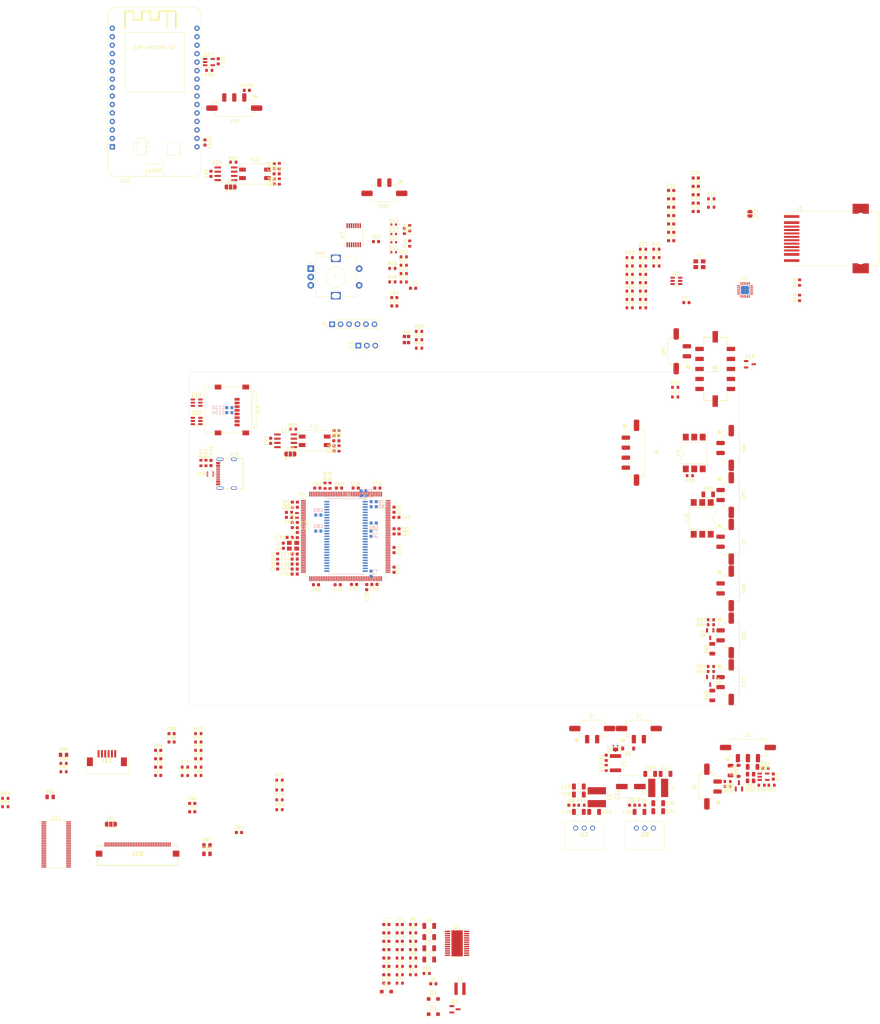
<source format=kicad_pcb>
(kicad_pcb
	(version 20240108)
	(generator "pcbnew")
	(generator_version "8.0")
	(general
		(thickness 1.6)
		(legacy_teardrops no)
	)
	(paper "A4")
	(layers
		(0 "F.Cu" signal)
		(31 "B.Cu" signal)
		(32 "B.Adhes" user "B.Adhesive")
		(33 "F.Adhes" user "F.Adhesive")
		(34 "B.Paste" user)
		(35 "F.Paste" user)
		(36 "B.SilkS" user "B.Silkscreen")
		(37 "F.SilkS" user "F.Silkscreen")
		(38 "B.Mask" user)
		(39 "F.Mask" user)
		(40 "Dwgs.User" user "User.Drawings")
		(41 "Cmts.User" user "User.Comments")
		(42 "Eco1.User" user "User.Eco1")
		(43 "Eco2.User" user "User.Eco2")
		(44 "Edge.Cuts" user)
		(45 "Margin" user)
		(46 "B.CrtYd" user "B.Courtyard")
		(47 "F.CrtYd" user "F.Courtyard")
		(48 "B.Fab" user)
		(49 "F.Fab" user)
		(50 "User.1" user)
		(51 "User.2" user)
		(52 "User.3" user)
		(53 "User.4" user)
		(54 "User.5" user)
		(55 "User.6" user)
		(56 "User.7" user)
		(57 "User.8" user)
		(58 "User.9" user)
	)
	(setup
		(pad_to_mask_clearance 0)
		(allow_soldermask_bridges_in_footprints no)
		(pcbplotparams
			(layerselection 0x00010fc_ffffffff)
			(plot_on_all_layers_selection 0x0000000_00000000)
			(disableapertmacros no)
			(usegerberextensions no)
			(usegerberattributes yes)
			(usegerberadvancedattributes yes)
			(creategerberjobfile yes)
			(dashed_line_dash_ratio 12.000000)
			(dashed_line_gap_ratio 3.000000)
			(svgprecision 4)
			(plotframeref no)
			(viasonmask no)
			(mode 1)
			(useauxorigin no)
			(hpglpennumber 1)
			(hpglpenspeed 20)
			(hpglpendiameter 15.000000)
			(pdf_front_fp_property_popups yes)
			(pdf_back_fp_property_popups yes)
			(dxfpolygonmode yes)
			(dxfimperialunits yes)
			(dxfusepcbnewfont yes)
			(psnegative no)
			(psa4output no)
			(plotreference yes)
			(plotvalue yes)
			(plotfptext yes)
			(plotinvisibletext no)
			(sketchpadsonfab no)
			(subtractmaskfromsilk no)
			(outputformat 1)
			(mirror no)
			(drillshape 1)
			(scaleselection 1)
			(outputdirectory "")
		)
	)
	(net 0 "")
	(net 1 "+3V3_FER")
	(net 2 "Earth")
	(net 3 "/Ethernet/LED_G")
	(net 4 "/Ethernet/LED_Y")
	(net 5 "GND")
	(net 6 "+3V3")
	(net 7 "+5V")
	(net 8 "/Power/3V3_Display")
	(net 9 "Net-(C5-Pad2)")
	(net 10 "Net-(U1-COMP)")
	(net 11 "Net-(U1-C1+)")
	(net 12 "Net-(U1-C1-)")
	(net 13 "Net-(U1-C2+)")
	(net 14 "Net-(U1-C2-)")
	(net 15 "Net-(U1-DRV)")
	(net 16 "Net-(U1-FB1)")
	(net 17 "Net-(U1-REF)")
	(net 18 "Net-(U1-VCOMIN)")
	(net 19 "+24V")
	(net 20 "Net-(U3-VI)")
	(net 21 "Net-(U2-VI)")
	(net 22 "/Peripherals/V_{ref}")
	(net 23 "Net-(D1-A)")
	(net 24 "Net-(D15-K)")
	(net 25 "/IEC_Charging_Circuit/CP")
	(net 26 "/IEC_Charging_Circuit/PP")
	(net 27 "Net-(J10-Pin_1)")
	(net 28 "/Core/EV_Start_Charging")
	(net 29 "/Display/LCD_VGL")
	(net 30 "Net-(Q1-B)")
	(net 31 "Net-(Q2-G)")
	(net 32 "Net-(U1-FB3)")
	(net 33 "Net-(U1-FB2)")
	(net 34 "/IEC_Charging_Circuit/PWM_SENSE")
	(net 35 "/Core/Charging_Point_PWM")
	(net 36 "/Core/~{IMD_Error_LED}")
	(net 37 "/SDRAM/D9")
	(net 38 "/SDRAM/A11")
	(net 39 "/Core/~{AMS_Error_LED}")
	(net 40 "/SDRAM/D0")
	(net 41 "unconnected-(U4B-PC13-Pad8)")
	(net 42 "unconnected-(U4B-PD4-Pad146)")
	(net 43 "/Core/PCAP_RST")
	(net 44 "/Display/B5")
	(net 45 "unconnected-(U4B-PI8-Pad7)")
	(net 46 "/SDRAM/D14")
	(net 47 "/SDRAM/D2")
	(net 48 "/SDRAM/D4")
	(net 49 "/Core/OSC_in")
	(net 50 "/Core/SWCLK")
	(net 51 "unconnected-(U4B-PG10-Pad153)")
	(net 52 "/Display/R2")
	(net 53 "/SDRAM/A3")
	(net 54 "/SDRAM/D13")
	(net 55 "/Core/LCD_Reset")
	(net 56 "/Display/R0")
	(net 57 "/SDRAM/A2")
	(net 58 "/Display/R7")
	(net 59 "/Display/B4")
	(net 60 "/Core/AMS_Reset_in")
	(net 61 "/Core/AMS_Reset_out")
	(net 62 "/Core/SDC_out")
	(net 63 "/SDRAM/A0")
	(net 64 "unconnected-(U4B-PF8-Pad26)")
	(net 65 "/SDRAM/SDNE0")
	(net 66 "/Core/SWDIO")
	(net 67 "/SDRAM/A10")
	(net 68 "unconnected-(U4B-PC10-Pad139)")
	(net 69 "/Display/G0")
	(net 70 "/SDRAM/BA0")
	(net 71 "/Ethernet/RMII_TX_EN")
	(net 72 "/Core/NRST")
	(net 73 "/SDRAM/D12")
	(net 74 "/SDRAM/NBL0")
	(net 75 "/Display/B0")
	(net 76 "unconnected-(U4B-PD3-Pad145)")
	(net 77 "/Display/G2")
	(net 78 "/Display/R1")
	(net 79 "unconnected-(U4B-PH10-Pad87)")
	(net 80 "/SDRAM/SDNWE")
	(net 81 "/Ethernet/RMII_RXD1")
	(net 82 "/SDRAM/A9")
	(net 83 "/SDRAM/D11")
	(net 84 "unconnected-(U4B-PI6-Pad175)")
	(net 85 "/Display/DE")
	(net 86 "/Display/G3")
	(net 87 "/Display/CLK")
	(net 88 "/Peripherals/USART_RX")
	(net 89 "unconnected-(U4B-PB5-Pad163)")
	(net 90 "unconnected-(U4B-PI3-Pad134)")
	(net 91 "/Peripherals/USB_OTG_VBUS")
	(net 92 "/SDRAM/A4")
	(net 93 "/Display/B3")
	(net 94 "/Peripherals/SDMMC_D0")
	(net 95 "/SDRAM/D15")
	(net 96 "/SDRAM/D3")
	(net 97 "/Display/G4")
	(net 98 "/SDRAM/A7")
	(net 99 "/SDRAM/A12")
	(net 100 "Net-(U4F-BOOT0)")
	(net 101 "unconnected-(U4B-PD7-Pad151)")
	(net 102 "/Display/G7")
	(net 103 "/Core/LED_B")
	(net 104 "/Ethernet/RMII_MDIO")
	(net 105 "/Display/G1")
	(net 106 "/Display/R6")
	(net 107 "/SDRAM/D6")
	(net 108 "/SDRAM/A1")
	(net 109 "/SDRAM/D8")
	(net 110 "/Display/B6")
	(net 111 "/Display/R4")
	(net 112 "/Core/OSC_out")
	(net 113 "unconnected-(U4B-PA15-Pad138)")
	(net 114 "/SDRAM/A5")
	(net 115 "/Display/G6")
	(net 116 "/Peripherals/ESP_RX")
	(net 117 "unconnected-(U4B-PF9-Pad27)")
	(net 118 "/Display/G5")
	(net 119 "/Core/LED_G")
	(net 120 "/Display/R5")
	(net 121 "unconnected-(U4B-PE2-Pad1)")
	(net 122 "/Ethernet/RMII_TXD1")
	(net 123 "/SDRAM/D5")
	(net 124 "/Peripherals/SDMMC_CMD")
	(net 125 "/SDRAM/D1")
	(net 126 "Net-(U4A-VREF+)")
	(net 127 "/Display/B1")
	(net 128 "/Display/B7")
	(net 129 "unconnected-(U4B-PD11-Pad99)")
	(net 130 "/Ethernet/RMII_MDC")
	(net 131 "unconnected-(U4B-PE3-Pad2)")
	(net 132 "/Core/OSC32_in")
	(net 133 "/SDRAM/SDCLK")
	(net 134 "/Peripherals/USART_TX")
	(net 135 "unconnected-(U4B-PA10-Pad121)")
	(net 136 "/Core/LED_R")
	(net 137 "/SDRAM/SDCKE0")
	(net 138 "/Ethernet/RMII_RXD0")
	(net 139 "unconnected-(U4B-PC11-Pad140)")
	(net 140 "/Ethernet/RMII_CRS_DV")
	(net 141 "/Core/TRACESWO")
	(net 142 "/Display/HSYNC")
	(net 143 "/Ethernet/RMII_TXD0")
	(net 144 "/SDRAM/D10")
	(net 145 "/SDRAM/SDNCAS")
	(net 146 "/Display/R3")
	(net 147 "/Core/OSC32_out")
	(net 148 "/Display/VSYNC")
	(net 149 "/SDRAM/D7")
	(net 150 "unconnected-(U4B-PG9-Pad152)")
	(net 151 "/SDRAM/BA1")
	(net 152 "/SDRAM/SDNRAS")
	(net 153 "/SDRAM/A6")
	(net 154 "/SDRAM/NBL1")
	(net 155 "/Display/B2")
	(net 156 "/Ethernet/RMII_REF_CLK")
	(net 157 "/SDRAM/A8")
	(net 158 "unconnected-(U4B-PB2-Pad58)")
	(net 159 "/Ethernet/XTAL2")
	(net 160 "/Ethernet/XTAL1")
	(net 161 "/Peripherals/ESP_TX")
	(net 162 "/Peripherals/STM_CAN_TX")
	(net 163 "/Peripherals/STM_CAN_RX")
	(net 164 "/Peripherals/SDMMC_CK")
	(net 165 "/Peripherals/ESP_CAN_RX")
	(net 166 "/SDC_and_SCS/RSD_in")
	(net 167 "/SDC_and_SCS/RSD_out")
	(net 168 "/Core/CANH")
	(net 169 "/Core/CANL")
	(net 170 "/Peripherals/ESP_CAN_TX")
	(net 171 "/Display/LCD_VGH")
	(net 172 "Net-(D5-A)")
	(net 173 "Net-(D9-A)")
	(net 174 "/Core/SDC_in")
	(net 175 "Net-(Q3-G)")
	(net 176 "Net-(Q4-G)")
	(net 177 "/Core/SDC_enable")
	(net 178 "/Display/I2C_SDA")
	(net 179 "/Display/I2C_SCL")
	(net 180 "/Display/LCD_SELB")
	(net 181 "VDD")
	(net 182 "/Display/LCD_STBYB")
	(net 183 "Net-(J1-Pin_1)")
	(net 184 "/Display/LCD_U{slash}D")
	(net 185 "/Display/LCD_L{slash}R")
	(net 186 "/Display/RXIN0-")
	(net 187 "/Display/RXCLKIN+")
	(net 188 "/Display/RXIN0+")
	(net 189 "/Display/RXIN2-")
	(net 190 "/Display/RXIN1-")
	(net 191 "/Display/RXIN2+")
	(net 192 "/Display/RXIN3+")
	(net 193 "/Display/RXIN3-")
	(net 194 "/Display/RXIN1+")
	(net 195 "/Display/RXCLKIN-")
	(net 196 "Net-(J2-Pin_1)")
	(net 197 "Net-(U4F-PDR_ON)")
	(net 198 "/Peripherals/SDMMC_D1")
	(net 199 "/Peripherals/SDMMC_D2")
	(net 200 "/Peripherals/SDMMC_D3")
	(net 201 "/Core/SDC_Voltage")
	(net 202 "/Core/TSAL_Green")
	(net 203 "/Core/TS_on")
	(net 204 "/Peripherals/USB_OTG_DP")
	(net 205 "/Peripherals/USB_OTG_DN")
	(net 206 "/Peripherals/D-")
	(net 207 "/Peripherals/D+")
	(net 208 "/Core/PCAP_Int")
	(net 209 "/Display/LCD_VDD")
	(net 210 "/Core/Encoder_push")
	(net 211 "/Core/Encoder_A")
	(net 212 "/Core/Encoder_B")
	(net 213 "/Ethernet/RXN")
	(net 214 "/Ethernet/TXN")
	(net 215 "/Ethernet/RXP")
	(net 216 "/Ethernet/TXP")
	(net 217 "/Core/SDC_on")
	(net 218 "/Core/EncB_on")
	(net 219 "/Core/EncPush_on")
	(net 220 "/Core/EncA_on")
	(net 221 "Net-(D16-A)")
	(net 222 "Net-(D16-K)")
	(net 223 "Net-(D17-K)")
	(net 224 "Net-(D17-A)")
	(net 225 "/Display/LCD_AVDD")
	(net 226 "/Display/VCOM")
	(net 227 "Net-(D6-K)")
	(net 228 "unconnected-(U4B-PH9-Pad86)")
	(net 229 "unconnected-(U4B-PH6-Pad83)")
	(net 230 "unconnected-(U4B-PH7-Pad84)")
	(net 231 "Net-(D3-A)")
	(net 232 "Net-(U5-~{RST})")
	(net 233 "Net-(U5-VDDCR)")
	(net 234 "Net-(C39-Pad1)")
	(net 235 "Net-(C45-Pad1)")
	(net 236 "Net-(D11-K)")
	(net 237 "Net-(D12-K)")
	(net 238 "Net-(D13-K)")
	(net 239 "Net-(D14-K)")
	(net 240 "Net-(U15-VBUS)")
	(net 241 "Net-(D2-A)")
	(net 242 "Net-(D8-A)")
	(net 243 "Net-(D10-BK)")
	(net 244 "Net-(D10-GK)")
	(net 245 "Net-(D10-RK)")
	(net 246 "Net-(D11-A)")
	(net 247 "Net-(U13-CANH)")
	(net 248 "Net-(U13-CANL)")
	(net 249 "Net-(U14-CANH)")
	(net 250 "Net-(U14-CANL)")
	(net 251 "Net-(J3-Pad11)")
	(net 252 "Net-(J3-Pad2)")
	(net 253 "unconnected-(J3-NC-Pad9)")
	(net 254 "Net-(J5-Pin_2)")
	(net 255 "Net-(J8-Pin_1)")
	(net 256 "unconnected-(J10-Pin_27-Pad27)")
	(net 257 "unconnected-(J10-Pin_36-Pad36)")
	(net 258 "Net-(J10-Pin_35)")
	(net 259 "unconnected-(J10-Pin_24-Pad24)")
	(net 260 "unconnected-(J10-Pin_26-Pad26)")
	(net 261 "unconnected-(J10-Pin_4-Pad4)")
	(net 262 "Net-(J10-Pin_38)")
	(net 263 "unconnected-(J10-Pin_23-Pad23)")
	(net 264 "Net-(J10-Pin_29)")
	(net 265 "unconnected-(J10-Pin_37-Pad37)")
	(net 266 "unconnected-(J13-SBU2-PadB8)")
	(net 267 "unconnected-(J13-SBU1-PadA8)")
	(net 268 "unconnected-(J13-CC2-PadB5)")
	(net 269 "unconnected-(J13-CC1-PadA5)")
	(net 270 "Net-(J15-Pin_2)")
	(net 271 "Net-(JP3-A)")
	(net 272 "Net-(JP4-C)")
	(net 273 "Net-(JP5-C)")
	(net 274 "Net-(R3-Pad2)")
	(net 275 "Net-(R8-Pad2)")
	(net 276 "Net-(U5-TXD0)")
	(net 277 "Net-(U5-TXD1)")
	(net 278 "Net-(U5-TXEN)")
	(net 279 "Net-(U5-RXD0{slash}MODE0)")
	(net 280 "Net-(U5-RXD1{slash}MODE1)")
	(net 281 "Net-(U5-CRS_DV{slash}MODE2)")
	(net 282 "Net-(U5-MDIO)")
	(net 283 "Net-(U5-MDC)")
	(net 284 "Net-(U5-~{INT}{slash}REFCLKO)")
	(net 285 "Net-(U5-RXER{slash}PHYAD0)")
	(net 286 "Net-(U5-RBIAS)")
	(net 287 "Net-(U8--)")
	(net 288 "Net-(R62-Pad1)")
	(net 289 "Net-(R65-Pad1)")
	(net 290 "Net-(R70-Pad2)")
	(net 291 "Net-(U12-CLKSEL)")
	(net 292 "Net-(U12-~{SHTDN})")
	(net 293 "Net-(R74-Pad2)")
	(net 294 "Net-(R75-Pad2)")
	(net 295 "Net-(U13-Rs)")
	(net 296 "Net-(U14-Rs)")
	(net 297 "Net-(U16-D21)")
	(net 298 "unconnected-(U7-Pad12)")
	(net 299 "unconnected-(U7-Pad10)")
	(net 300 "unconnected-(U9-Pad3)")
	(net 301 "unconnected-(U10-Pad3)")
	(net 302 "unconnected-(U10-Pad5)")
	(net 303 "unconnected-(U11-NC-Pad40)")
	(net 304 "unconnected-(U16-D26-Pad7)")
	(net 305 "unconnected-(U16-D2-Pad27)")
	(net 306 "unconnected-(U16-VIN-Pad1)")
	(net 307 "unconnected-(U16-D34-Pad12)")
	(net 308 "unconnected-(U16-D39{slash}VN-Pad13)")
	(net 309 "unconnected-(U16-D19-Pad21)")
	(net 310 "unconnected-(U16-D36{slash}VP-Pad14)")
	(net 311 "unconnected-(U16-TX0{slash}D1-Pad18)")
	(net 312 "unconnected-(U16-D14-Pad5)")
	(net 313 "unconnected-(U16-D25-Pad8)")
	(net 314 "unconnected-(U16-D15-Pad28)")
	(net 315 "unconnected-(U16-D13-Pad3)")
	(net 316 "unconnected-(U16-D23-Pad16)")
	(net 317 "unconnected-(U16-D27-Pad6)")
	(net 318 "unconnected-(U16-EN-Pad15)")
	(net 319 "unconnected-(U16-D33-Pad9)")
	(net 320 "unconnected-(U16-D22-Pad17)")
	(net 321 "unconnected-(U16-D35-Pad11)")
	(net 322 "unconnected-(U16-D18-Pad22)")
	(net 323 "unconnected-(U16-D12-Pad4)")
	(net 324 "unconnected-(U16-D32-Pad10)")
	(net 325 "unconnected-(U16-RX0{slash}D3-Pad19)")
	(net 326 "unconnected-(U17-NC-Pad1)")
	(footprint "Capacitor_SMD:C_1206_3216Metric" (layer "F.Cu") (at 206.5 164.5))
	(footprint "Capacitor_SMD:C_0603_1608Metric" (layer "F.Cu") (at 126.8 209.67))
	(footprint "Package_SO:SOIC-8_3.9x4.9mm_P1.27mm" (layer "F.Cu") (at 74.7 -15.41))
	(footprint "Resistor_SMD:R_0603_1608Metric" (layer "F.Cu") (at 26 163.875))
	(footprint "Resistor_SMD:R_0603_1608Metric" (layer "F.Cu") (at 195.745 24.77))
	(footprint "Capacitor_SMD:C_0603_1608Metric" (layer "F.Cu") (at 64.6 173.365))
	(footprint "Capacitor_SMD:C_1206_3216Metric" (layer "F.Cu") (at 204.3 175.7))
	(footprint "Capacitor_SMD:C_0603_1608Metric" (layer "F.Cu") (at 125.175 24.21))
	(footprint "Resistor_SMD:R_0603_1608Metric" (layer "F.Cu") (at 90.75 166.385))
	(footprint "Capacitor_SMD:C_0603_1608Metric" (layer "F.Cu") (at 126.8 217.2))
	(footprint "Charger:ESP32-WROOM-32-DevKit-30Pin" (layer "F.Cu") (at 40.615 -23.49))
	(footprint "Capacitor_SMD:C_0603_1608Metric" (layer "F.Cu") (at 215.555 -9.14))
	(footprint "Inductor_SMD:L_Wuerth_WE-PD2-Typ-MS" (layer "F.Cu") (at 185.9 171.5 -90))
	(footprint "Package_TO_SOT_SMD:SOT-23-3" (layer "F.Cu") (at 219.9 136.6 -90))
	(footprint "Resistor_SMD:R_0603_1608Metric" (layer "F.Cu") (at 199.755 19.75))
	(footprint "Package_DIP:SMDIP-6_W9.53mm" (layer "F.Cu") (at 215.1 68.3 90))
	(footprint "FaSTTUBe_connectors:Micro_Mate-N-Lok_2p_vertical" (layer "F.Cu") (at 198.5 150.8975 180))
	(footprint "Resistor_SMD:R_0603_1608Metric" (layer "F.Cu") (at 108.6 62.3425 90))
	(footprint "Diode_SMD:D_SOD-123" (layer "F.Cu") (at 195.3 156.9))
	(footprint "Inductor_SMD:L_0603_1608Metric" (layer "F.Cu") (at 212.765 23.2))
	(footprint "Resistor_SMD:R_0603_1608Metric" (layer "F.Cu") (at 68.7 71.3 90))
	(footprint "Inductor_SMD:L_Wuerth_WE-PD2-Typ-MS" (layer "F.Cu") (at 204.3 168.7 180))
	(footprint "LED_SMD:LED_0603_1608Metric" (layer "F.Cu") (at 188.7 159.7 -90))
	(footprint "Capacitor_SMD:CP_Elec_6.3x7.7" (layer "F.Cu") (at 196.1 168.3 180))
	(footprint "Capacitor_SMD:C_0603_1608Metric" (layer "F.Cu") (at 89.2 -13.1 -90))
	(footprint "LED_SMD:LED_0603_1608Metric" (layer "F.Cu") (at 136.885 227.44))
	(footprint "Resistor_SMD:R_0603_1608Metric" (layer "F.Cu") (at 203.765 9.71))
	(footprint "Resistor_SMD:R_0603_1608Metric" (layer "F.Cu") (at 220.0975 118.3))
	(footprint "Capacitor_SMD:C_1206_3216Metric" (layer "F.Cu") (at 135.64 213.44))
	(footprint "Resistor_SMD:R_0603_1608Metric" (layer "F.Cu") (at 130.81 212.18))
	(footprint "Resistor_SMD:R_0603_1608Metric" (layer "F.Cu") (at 220.1 133.8 180))
	(footprint "Capacitor_SMD:C_0603_1608Metric" (layer "F.Cu") (at 95.3 98.6))
	(footprint "Charger:173010542" (layer "F.Cu") (at 182.1 182.7))
	(footprint "FaSTTUBe_connectors:Micro_Mate-N-Lok_2p_vertical" (layer "F.Cu") (at 226.2025 66.8 90))
	(footprint "Resistor_SMD:R_0603_1608Metric" (layer "F.Cu") (at 225.1 166.8 180))
	(footprint "Capacitor_SMD:C_0603_1608Metric" (layer "F.Cu") (at 108.6 78.8 180))
	(footprint "Resistor_SMD:R_0603_1608Metric"
		(layer "F.Cu")
		(uuid "297cb5f9-a27a-4258-8e5f-b5ac060c28be")
		(at 246.69 21.8 90)
		(descr "Resistor SMD 0603 (1608 Metric), square (rectangular) end terminal, IPC_7351 nominal, (Body size source: IPC-SM-782 page 72, https://www.pcb-3d.com/wordpress/wp-content/uploads/ipc-sm-782a_amendment_1_and_2.pdf), generated with kicad-footprint-generator")
		(tags "resistor")
		(property "Reference" "R19"
			(at 0 -1.43 90)
			(layer "F.SilkS")
			(uuid "62f13b6d-6b1f-4bdd-87dc-6366085195b3")
			(effects
				(font
					(size 1 1)
					(thickness 0.15)
				)
			)
		)
		(property "Value" "33"
			(at 0 1.43 90)
			(layer "F.Fab")
			(uuid "61702277-44d1-45b6-b2f9-856718ea1411")
			(effects
				(font
					(size 1 1)
					(thickness 0.15)
				)
			)
		)
		(property "Footprint" "Resistor_SMD:R_0603_1608Metric"
			(at 0 0 90)
			(unlocked yes)
			(layer "F.Fab")
			(hide yes)
			(uuid "3d499610-db3c-41c2-96df-26612cd757f7")
			(effects
				(font
					(size 1.27 1.27)
					(thickness 0.15)
				)
			)
		)
		(property "Datasheet" ""
			(at 0 0 90)
			(unlocked yes)
			(layer "F.Fab")
			(hide yes)
			(uuid "18771b77-506e-462e-96b7-36b0ef6b61ab")
			(effects
				(font
					(size 1.27 1.27)
					(thickness 0.15)
				)
			)
		)
		(property "Description" "Resistor, small symbol"
			(at 0 0 90)
			(unlocked yes)
			(layer "F.Fab")
			(hide yes)
			(uuid "6e0b3bf0-cc0e-4eb9-a991-e
... [1265710 chars truncated]
</source>
